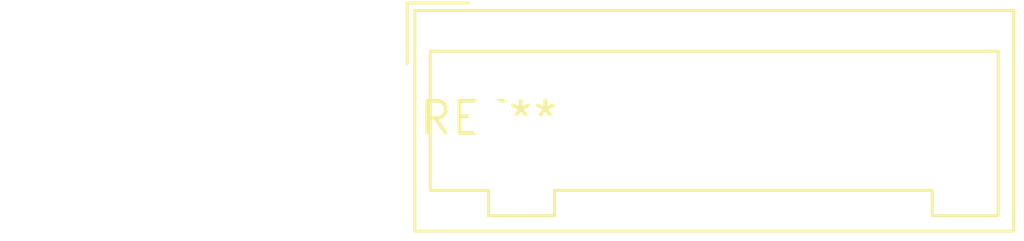
<source format=kicad_pcb>
(kicad_pcb (version 20240108) (generator pcbnew)
  (layers (0 "F.Cu" signal) (31 "B.Cu" signal) (34 "B.Paste" user) (35 "F.Paste" user) (36 "B.SilkS" user "B.Silkscreen") (37 "F.SilkS" user "F.Silkscreen") (38 "B.Mask" user) (39 "F.Mask" user) (44 "Edge.Cuts" user))
  (net 0 "")
  (footprint "Wago_734-136_1x06_P3.50mm_Vertical" (layer "F.Cu") (at 0 0)
    (property "Reference" "REF**")
    (property "Value" "Wago_734-136_1x06_P3.50mm_Vertical")
    (fp_line (start -3.21 -4.56) (end -0.8 -4.56) (layer "F.SilkS") (stroke (width 0.12)))
    (fp_line (start -3.21 -2.15) (end -3.21 -4.56) (layer "F.SilkS") (stroke (width 0.12)))
    (fp_line (start -2.91 -4.26) (end -2.91 4.46) (layer "F.SilkS") (stroke (width 0.12)))
    (fp_line (start -2.91 4.46) (end 20.71 4.46) (layer "F.SilkS") (stroke (width 0.12)))
    (fp_line (start -2.3 -2.65) (end -2.3 2.85) (layer "F.SilkS") (stroke (width 0.12)))
    (fp_line (start -2.3 2.85) (end 0 2.85) (layer "F.SilkS") (stroke (width 0.12)))
    (fp_line (start 0 2.85) (end 0 3.85) (layer "F.SilkS") (stroke (width 0.12)))
    (fp_line (start 0 3.85) (end 2.6 3.85) (layer "F.SilkS") (stroke (width 0.12)))
    (fp_line (start 2.6 2.85) (end 17.5 2.85) (layer "F.SilkS") (stroke (width 0.12)))
    (fp_line (start 2.6 3.85) (end 2.6 2.85) (layer "F.SilkS") (stroke (width 0.12)))
    (fp_line (start 17.5 2.85) (end 17.5 3.85) (layer "F.SilkS") (stroke (width 0.12)))
    (fp_line (start 17.5 3.85) (end 20.1 3.85) (layer "F.SilkS") (stroke (width 0.12)))
    (fp_line (start 20.1 -2.65) (end -2.3 -2.65) (layer "F.SilkS") (stroke (width 0.12)))
    (fp_line (start 20.1 3.85) (end 20.1 -2.65) (layer "F.SilkS") (stroke (width 0.12)))
    (fp_line (start 20.71 -4.26) (end -2.91 -4.26) (layer "F.SilkS") (stroke (width 0.12)))
    (fp_line (start 20.71 4.46) (end 20.71 -4.26) (layer "F.SilkS") (stroke (width 0.12)))
    (pad "1" thru_hole roundrect (at 0 0) (size 2 2.6) (drill 1.6) (layers *.Cu *.Mask) (remove_unused_layers) (roundrect_rratio 0.125))
    (pad "2" thru_hole oval (at 3.5 0) (size 2 2.6) (drill 1.6) (layers *.Cu *.Mask) (remove_unused_layers))
    (pad "3" thru_hole oval (at 7 0) (size 2 2.6) (drill 1.6) (layers *.Cu *.Mask) (remove_unused_layers))
    (pad "4" thru_hole oval (at 10.5 0) (size 2 2.6) (drill 1.6) (layers *.Cu *.Mask) (remove_unused_layers))
    (pad "5" thru_hole oval (at 14 0) (size 2 2.6) (drill 1.6) (layers *.Cu *.Mask) (remove_unused_layers))
    (pad "6" thru_hole oval (at 17.5 0) (size 2 2.6) (drill 1.6) (layers *.Cu *.Mask) (remove_unused_layers))
  )
)
</source>
